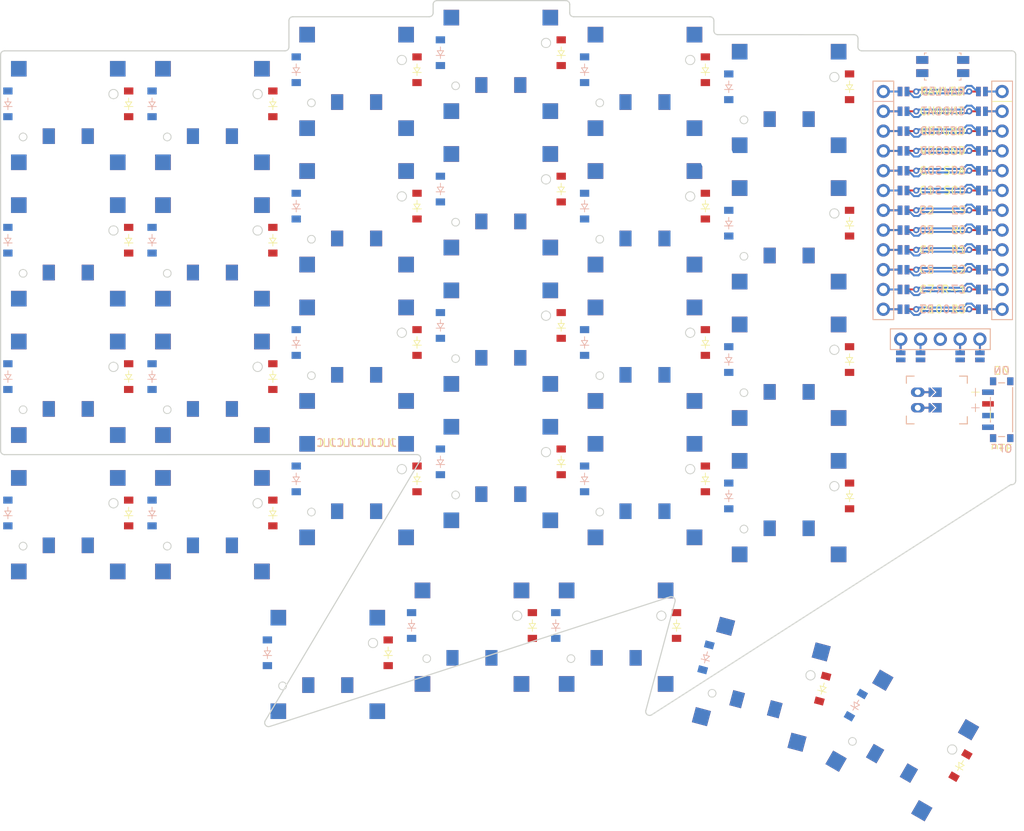
<source format=kicad_pcb>
(kicad_pcb (version 20240108) (generator "ergogen") (generator_version "4.1.0")
  (title_block (title "souffle_wireless") (date "2025-02-06") (rev "0.1") (company "fcoury (adapted from corney-island)"))
  (layers (0 "F.Cu" signal) (31 "B.Cu" signal) (34 "B.Paste" user) (35 "F.Paste" user) (36 "B.SilkS" user "B.Silkscreen") (37 "F.SilkS" user "F.Silkscreen") (38 "B.Mask" user) (39 "F.Mask" user) (44 "Edge.Cuts" user))
  (net 0 "")
  (net 1 "C0")
  (net 2 "outer_number_B")
  (net 3 "outer_bottom_B")
  (net 4 "outer_home_B")
  (net 5 "outer_top_B")
  (net 6 "C1")
  (net 7 "pinky_number_B")
  (net 8 "pinky_bottom_B")
  (net 9 "pinky_home_B")
  (net 10 "pinky_top_B")
  (net 11 "C2")
  (net 12 "ring_number_B")
  (net 13 "ring_bottom_B")
  (net 14 "ring_home_B")
  (net 15 "ring_top_B")
  (net 16 "C3")
  (net 17 "middle_number_B")
  (net 18 "middle_bottom_B")
  (net 19 "middle_home_B")
  (net 20 "middle_top_B")
  (net 21 "C4")
  (net 22 "index_number_B")
  (net 23 "index_bottom_B")
  (net 24 "index_home_B")
  (net 25 "index_top_B")
  (net 26 "C5")
  (net 27 "inner_number_B")
  (net 28 "inner_bottom_B")
  (net 29 "inner_home_B")
  (net 30 "inner_top_B")
  (net 31 "C6")
  (net 32 "inward_home_B")
  (net 33 "C7")
  (net 34 "C8")
  (net 35 "outward_home_B")
  (net 36 "C9")
  (net 37 "extra_outward_home_B")
  (net 38 "C10")
  (net 39 "big_outward_home_B")
  (net 40 "R-1")
  (net 41 "R2")
  (net 42 "R1")
  (net 43 "R0")
  (net 44 "R3")
  (net 45 "outer_number_F")
  (net 46 "outer_bottom_F")
  (net 47 "outer_home_F")
  (net 48 "outer_top_F")
  (net 49 "pinky_number_F")
  (net 50 "pinky_bottom_F")
  (net 51 "pinky_home_F")
  (net 52 "pinky_top_F")
  (net 53 "ring_number_F")
  (net 54 "ring_bottom_F")
  (net 55 "ring_home_F")
  (net 56 "ring_top_F")
  (net 57 "middle_number_F")
  (net 58 "middle_bottom_F")
  (net 59 "middle_home_F")
  (net 60 "middle_top_F")
  (net 61 "index_number_F")
  (net 62 "index_bottom_F")
  (net 63 "index_home_F")
  (net 64 "index_top_F")
  (net 65 "inner_number_F")
  (net 66 "inner_bottom_F")
  (net 67 "inner_home_F")
  (net 68 "inner_top_F")
  (net 69 "inward_home_F")
  (net 70 "outward_home_F")
  (net 71 "extra_outward_home_F")
  (net 72 "big_outward_home_F")
  (net 73 "RAW")
  (net 74 "GND")
  (net 75 "RST")
  (net 76 "VCC")
  (net 77 "P10")
  (net 78 "LED")
  (net 79 "DAT")
  (net 80 "SDA")
  (net 81 "SCL")
  (net 82 "CS")
  (net 83 "P101")
  (net 84 "P102")
  (net 85 "P107")
  (net 86 "MCU1_24")
  (net 87 "MCU1_1")
  (net 88 "MCU1_23")
  (net 89 "MCU1_2")
  (net 90 "MCU1_22")
  (net 91 "MCU1_3")
  (net 92 "MCU1_21")
  (net 93 "MCU1_4")
  (net 94 "MCU1_20")
  (net 95 "MCU1_5")
  (net 96 "MCU1_19")
  (net 97 "MCU1_6")
  (net 98 "MCU1_18")
  (net 99 "MCU1_7")
  (net 100 "MCU1_17")
  (net 101 "MCU1_8")
  (net 102 "MCU1_16")
  (net 103 "MCU1_9")
  (net 104 "MCU1_15")
  (net 105 "MCU1_10")
  (net 106 "MCU1_14")
  (net 107 "MCU1_11")
  (net 108 "MCU1_13")
  (net 109 "MCU1_12")
  (net 110 "DISP1_1")
  (net 111 "DISP1_2")
  (net 112 "DISP1_4")
  (net 113 "DISP1_5")
  (net 114 "BAT_P")
  (net 115 "JST1_1")
  (net 116 "JST1_2")
  (footprint "ceoloide:mounting_hole_npth" (layer "F.Cu") (at 204.927 82.9385 0)
    (property "Reference" "MH1" hide)
  )
  (footprint "ceoloide:mounting_hole_npth" (layer "F.Cu") (at 218.969 91.3825 0)
    (property "Reference" "MH2" hide)
  )
  (footprint "ceoloide:mounting_hole_npth" (layer "F.Cu") (at 109.25 56.25 0)
    (property "Reference" "MH3" hide)
  )
  (footprint "ceoloide:mounting_hole_npth" (layer "F.Cu") (at 109.25 73.75 0)
    (property "Reference" "MH4" hide)
  )
  (footprint "ceoloide:mounting_hole_npth" (layer "F.Cu") (at 183.218 52.9235 0)
    (property "Reference" "MH5" hide)
  )
  (footprint "ceoloide:mounting_hole_npth" (layer "F.Cu") (at 119.70700000000001 111.365 0)
    (property "Reference" "MH6" hide)
  )
  (footprint "ceoloide:mounting_hole_npth" (layer "F.Cu") (at 191.871694 109.48666770000001 -15)
    (property "Reference" "MH7" hide)
  )
  (footprint "CPG1316S01D02_mikeholscher" (layer "B.Cu") (at 100 100 0)
    (property "Reference" "S1" hide)
    (fp_circle (center -5.8 2.75) (end -5.3 2.75) (stroke (width 0.1)) (fill none) (layer "Edge.Cuts"))
    (fp_circle (center 5.8 -2.75) (end 6.4 -2.75) (stroke (width 0.1)) (fill none) (layer "Edge.Cuts"))
  )
  (footprint "CPG1316S01D02_mikeholscher" (layer "B.Cu") (at 100 82.5 0)
    (property "Reference" "S2" hide)
    (fp_circle (center -5.8 2.75) (end -5.3 2.75) (stroke (width 0.1)) (fill none) (layer "Edge.Cuts"))
    (fp_circle (center 5.8 -2.75) (end 6.4 -2.75) (stroke (width 0.1)) (fill none) (layer "Edge.Cuts"))
  )
  (footprint "CPG1316S01D02_mikeholscher" (layer "B.Cu") (at 100 65 0)
    (property "Reference" "S3" hide)
    (fp_circle (center -5.8 2.75) (end -5.3 2.75) (stroke (width 0.1)) (fill none) (layer "Edge.Cuts"))
    (fp_circle (center 5.8 -2.75) (end 6.4 -2.75) (stroke (width 0.1)) (fill none) (layer "Edge.Cuts"))
  )
  (footprint "CPG1316S01D02_mikeholscher" (layer "B.Cu") (at 100 47.5 0)
    (property "Reference" "S4" hide)
    (fp_circle (center -5.8 2.75) (end -5.3 2.75) (stroke (width 0.1)) (fill none) (layer "Edge.Cuts"))
    (fp_circle (center 5.8 -2.75) (end 6.4 -2.75) (stroke (width 0.1)) (fill none) (layer "Edge.Cuts"))
  )
  (footprint "CPG1316S01D02_mikeholscher" (layer "B.Cu") (at 118.5 100 0)
    (property "Reference" "S5" hide)
    (fp_circle (center -5.8 2.75) (end -5.3 2.75) (stroke (width 0.1)) (fill none) (layer "Edge.Cuts"))
    (fp_circle (center 5.8 -2.75) (end 6.4 -2.75) (stroke (width 0.1)) (fill none) (layer "Edge.Cuts"))
  )
  (footprint "CPG1316S01D02_mikeholscher" (layer "B.Cu") (at 118.5 82.5 0)
    (property "Reference" "S6" hide)
    (fp_circle (center -5.8 2.75) (end -5.3 2.75) (stroke (width 0.1)) (fill none) (layer "Edge.Cuts"))
    (fp_circle (center 5.8 -2.75) (end 6.4 -2.75) (stroke (width 0.1)) (fill none) (layer "Edge.Cuts"))
  )
  (footprint "CPG1316S01D02_mikeholscher" (layer "B.Cu") (at 118.5 65 0)
    (property "Reference" "S7" hide)
    (fp_circle (center -5.8 2.75) (end -5.3 2.75) (stroke (width 0.1)) (fill none) (layer "Edge.Cuts"))
    (fp_circle (center 5.8 -2.75) (end 6.4 -2.75) (stroke (width 0.1)) (fill none) (layer "Edge.Cuts"))
  )
  (footprint "CPG1316S01D02_mikeholscher" (layer "B.Cu") (at 118.5 47.5 0)
    (property "Reference" "S8" hide)
    (fp_circle (center -5.8 2.75) (end -5.3 2.75) (stroke (width 0.1)) (fill none) (layer "Edge.Cuts"))
    (fp_circle (center 5.8 -2.75) (end 6.4 -2.75) (stroke (width 0.1)) (fill none) (layer "Edge.Cuts"))
  )
  (footprint "CPG1316S01D02_mikeholscher" (layer "B.Cu") (at 137 95.625 0)
    (property "Reference" "S9" hide)
    (fp_circle (center -5.8 2.75) (end -5.3 2.75) (stroke (width 0.1)) (fill none) (layer "Edge.Cuts"))
    (fp_circle (center 5.8 -2.75) (end 6.4 -2.75) (stroke (width 0.1)) (fill none) (layer "Edge.Cuts"))
  )
  (footprint "CPG1316S01D02_mikeholscher" (layer "B.Cu") (at 137 78.125 0)
    (property "Reference" "S10" hide)
    (fp_circle (center -5.8 2.75) (end -5.3 2.75) (stroke (width 0.1)) (fill none) (layer "Edge.Cuts"))
    (fp_circle (center 5.8 -2.75) (end 6.4 -2.75) (stroke (width 0.1)) (fill none) (layer "Edge.Cuts"))
  )
  (footprint "CPG1316S01D02_mikeholscher" (layer "B.Cu") (at 137 60.625 0)
    (property "Reference" "S11" hide)
    (fp_circle (center -5.8 2.75) (end -5.3 2.75) (stroke (width 0.1)) (fill none) (layer "Edge.Cuts"))
    (fp_circle (center 5.8 -2.75) (end 6.4 -2.75) (stroke (width 0.1)) (fill none) (layer "Edge.Cuts"))
  )
  (footprint "CPG1316S01D02_mikeholscher" (layer "B.Cu") (at 137 43.125 0)
    (property "Reference" "S12" hide)
    (fp_circle (center -5.8 2.75) (end -5.3 2.75) (stroke (width 0.1)) (fill none) (layer "Edge.Cuts"))
    (fp_circle (center 5.8 -2.75) (end 6.4 -2.75) (stroke (width 0.1)) (fill none) (layer "Edge.Cuts"))
  )
  (footprint "CPG1316S01D02_mikeholscher" (layer "B.Cu") (at 155.5 93.4375 0)
    (property "Reference" "S13" hide)
    (fp_circle (center -5.8 2.75) (end -5.3 2.75) (stroke (width 0.1)) (fill none) (layer "Edge.Cuts"))
    (fp_circle (center 5.8 -2.75) (end 6.4 -2.75) (stroke (width 0.1)) (fill none) (layer "Edge.Cuts"))
  )
  (footprint "CPG1316S01D02_mikeholscher" (layer "B.Cu") (at 155.5 75.9375 0)
    (property "Reference" "S14" hide)
    (fp_circle (center -5.8 2.75) (end -5.3 2.75) (stroke (width 0.1)) (fill none) (layer "Edge.Cuts"))
    (fp_circle (center 5.8 -2.75) (end 6.4 -2.75) (stroke (width 0.1)) (fill none) (layer "Edge.Cuts"))
  )
  (footprint "CPG1316S01D02_mikeholscher" (layer "B.Cu") (at 155.5 58.4375 0)
    (property "Reference" "S15" hide)
    (fp_circle (center -5.8 2.75) (end -5.3 2.75) (stroke (width 0.1)) (fill none) (layer "Edge.Cuts"))
    (fp_circle (center 5.8 -2.75) (end 6.4 -2.75) (stroke (width 0.1)) (fill none) (layer "Edge.Cuts"))
  )
  (footprint "CPG1316S01D02_mikeholscher" (layer "B.Cu") (at 155.5 40.9375 0)
    (property "Reference" "S16" hide)
    (fp_circle (center -5.8 2.75) (end -5.3 2.75) (stroke (width 0.1)) (fill none) (layer "Edge.Cuts"))
    (fp_circle (center 5.8 -2.75) (end 6.4 -2.75) (stroke (width 0.1)) (fill none) (layer "Edge.Cuts"))
  )
  (footprint "CPG1316S01D02_mikeholscher" (layer "B.Cu") (at 174 95.625 0)
    (property "Reference" "S17" hide)
    (fp_circle (center -5.8 2.75) (end -5.3 2.75) (stroke (width 0.1)) (fill none) (layer "Edge.Cuts"))
    (fp_circle (center 5.8 -2.75) (end 6.4 -2.75) (stroke (width 0.1)) (fill none) (layer "Edge.Cuts"))
  )
  (footprint "CPG1316S01D02_mikeholscher" (layer "B.Cu") (at 174 78.125 0)
    (property "Reference" "S18" hide)
    (fp_circle (center -5.8 2.75) (end -5.3 2.75) (stroke (width 0.1)) (fill none) (layer "Edge.Cuts"))
    (fp_circle (center 5.8 -2.75) (end 6.4 -2.75) (stroke (width 0.1)) (fill none) (layer "Edge.Cuts"))
  )
  (footprint "CPG1316S01D02_mikeholscher" (layer "B.Cu") (at 174 60.625 0)
    (property "Reference" "S19" hide)
    (fp_circle (center -5.8 2.75) (end -5.3 2.75) (stroke (width 0.1)) (fill none) (layer "Edge.Cuts"))
    (fp_circle (center 5.8 -2.75) (end 6.4 -2.75) (stroke (width 0.1)) (fill none) (layer "Edge.Cuts"))
  )
  (footprint "CPG1316S01D02_mikeholscher" (layer "B.Cu") (at 174 43.125 0)
    (property "Reference" "S20" hide)
    (fp_circle (center -5.8 2.75) (end -5.3 2.75) (stroke (width 0.1)) (fill none) (layer "Edge.Cuts"))
    (fp_circle (center 5.8 -2.75) (end 6.4 -2.75) (stroke (width 0.1)) (fill none) (layer "Edge.Cuts"))
  )
  (footprint "CPG1316S01D02_mikeholscher" (layer "B.Cu") (at 192.5 97.8125 0)
    (property "Reference" "S21" hide)
    (fp_circle (center -5.8 2.75) (end -5.3 2.75) (stroke (width 0.1)) (fill none) (layer "Edge.Cuts"))
    (fp_circle (center 5.8 -2.75) (end 6.4 -2.75) (stroke (width 0.1)) (fill none) (layer "Edge.Cuts"))
  )
  (footprint "CPG1316S01D02_mikeholscher" (layer "B.Cu") (at 192.5 80.3125 0)
    (property "Reference" "S22" hide)
    (fp_circle (center -5.8 2.75) (end -5.3 2.75) (stroke (width 0.1)) (fill none) (layer "Edge.Cuts"))
    (fp_circle (center 5.8 -2.75) (end 6.4 -2.75) (stroke (width 0.1)) (fill none) (layer "Edge.Cuts"))
  )
  (footprint "CPG1316S01D02_mikeholscher" (layer "B.Cu") (at 192.5 62.8125 0)
    (property "Reference" "S23" hide)
    (fp_circle (center -5.8 2.75) (end -5.3 2.75) (stroke (width 0.1)) (fill none) (layer "Edge.Cuts"))
    (fp_circle (center 5.8 -2.75) (end 6.4 -2.75) (stroke (width 0.1)) (fill none) (layer "Edge.Cuts"))
  )
  (footprint "CPG1316S01D02_mikeholscher" (layer "B.Cu") (at 192.5 45.3125 0)
    (property "Reference" "S24" hide)
    (fp_circle (center -5.8 2.75) (end -5.3 2.75) (stroke (width 0.1)) (fill none) (layer "Edge.Cuts"))
    (fp_circle (center 5.8 -2.75) (end 6.4 -2.75) (stroke (width 0.1)) (fill none) (layer "Edge.Cuts"))
  )
  (footprint "CPG1316S01D02_mikeholscher" (layer "B.Cu") (at 133.3 117.9375 0)
    (property "Reference" "S25" hide)
    (fp_circle (center -5.8 2.75) (end -5.3 2.75) (stroke (width 0.1)) (fill none) (layer "Edge.Cuts"))
    (fp_circle (center 5.8 -2.75) (end 6.4 -2.75) (stroke (width 0.1)) (fill none) (layer "Edge.Cuts"))
  )
  (footprint "CPG1316S01D02_mikeholscher" (layer "B.Cu") (at 151.8 114.4375 0)
    (property "Reference" "S26" hide)
    (fp_circle (center -5.8 2.75) (end -5.3 2.75) (stroke (width 0.1)) (fill none) (layer "Edge.Cuts"))
    (fp_circle (center 5.8 -2.75) (end 6.4 -2.75) (stroke (width 0.1)) (fill none) (layer "Edge.Cuts"))
  )
  (footprint "CPG1316S01D02_mikeholscher" (layer "B.Cu") (at 170.3 114.4375 0)
    (property "Reference" "S27" hide)
    (fp_circle (center -5.8 2.75) (end -5.3 2.75) (stroke (width 0.1)) (fill none) (layer "Edge.Cuts"))
    (fp_circle (center 5.8 -2.75) (end 6.4 -2.75) (stroke (width 0.1)) (fill none) (layer "Edge.Cuts"))
  )
  (footprint "CPG1316S01D02_mikeholscher" (layer "B.Cu") (at 188.9260744 120.4798695 -15)
    (property "Reference" "S28" hide)
    (fp_circle (center -5.8 2.75) (end -5.3 2.75) (stroke (width 0.1)) (fill none) (layer "Edge.Cuts"))
    (fp_circle (center 5.8 -2.75) (end 6.4 -2.75) (stroke (width 0.1)) (fill none) (layer "Edge.Cuts"))
  )
  (footprint "CPG1316S01D02_mikeholscher" (layer "B.Cu") (at 207.0174808 128.3317412 -30)
    (property "Reference" "S29" hide)
    (fp_circle (center -5.8 2.75) (end -5.3 2.75) (stroke (width 0.1)) (fill none) (layer "Edge.Cuts"))
    (fp_circle (center 5.8 -2.75) (end 6.4 -2.75) (stroke (width 0.1)) (fill none) (layer "Edge.Cuts"))
  )
  (footprint "ceoloide:diode_tht_sod123" (layer "B.Cu") (at 92.25 98.5 90)
    (property "Reference" "D1" hide)
  )
  (footprint "ceoloide:diode_tht_sod123" (layer "B.Cu") (at 92.25 81 90)
    (property "Reference" "D2" hide)
  )
  (footprint "ceoloide:diode_tht_sod123" (layer "B.Cu") (at 92.25 63.5 90)
    (property "Reference" "D3" hide)
  )
  (footprint "ceoloide:diode_tht_sod123" (layer "B.Cu") (at 92.25 46 90)
    (property "Reference" "D4" hide)
  )
  (footprint "ceoloide:diode_tht_sod123" (layer "B.Cu") (at 110.75 98.5 90)
    (property "Reference" "D5" hide)
  )
  (footprint "ceoloide:diode_tht_sod123" (layer "B.Cu") (at 110.75 81 90)
    (property "Reference" "D6" hide)
  )
  (footprint "ceoloide:diode_tht_sod123" (layer "B.Cu") (at 110.75 63.5 90)
    (property "Reference" "D7" hide)
  )
  (footprint "ceoloide:diode_tht_sod123" (layer "B.Cu") (at 110.75 46 90)
    (property "Reference" "D8" hide)
  )
  (footprint "ceoloide:diode_tht_sod123" (layer "B.Cu") (at 129.25 94.125 90)
    (property "Reference" "D9" hide)
  )
  (footprint "ceoloide:diode_tht_sod123" (layer "B.Cu") (at 129.25 76.625 90)
    (property "Reference" "D10" hide)
  )
  (footprint "ceoloide:diode_tht_sod123" (layer "B.Cu") (at 129.25 59.125 90)
    (property "Reference" "D11" hide)
  )
  (footprint "ceoloide:diode_tht_sod123" (layer "B.Cu") (at 129.25 41.625 90)
    (property "Reference" "D12" hide)
  )
  (footprint "ceoloide:diode_tht_sod123" (layer "B.Cu") (at 147.75 91.9375 90)
    (property "Reference" "D13" hide)
  )
  (footprint "ceoloide:diode_tht_sod123" (layer "B.Cu") (at 147.75 74.4375 90)
    (property "Reference" "D14" hide)
  )
  (footprint "ceoloide:diode_tht_sod123" (layer "B.Cu") (at 147.75 56.9375 90)
    (property "Reference" "D15" hide)
  )
  (footprint "ceoloide:diode_tht_sod123" (layer "B.Cu") (at 147.75 39.4375 90)
    (property "Reference" "D16" hide)
  )
  (footprint "ceoloide:diode_tht_sod123" (layer "B.Cu") (at 166.25 94.125 90)
    (property "Reference" "D17" hide)
  )
  (footprint "ceoloide:diode_tht_sod123" (layer "B.Cu") (at 166.25 76.625 90)
    (property "Reference" "D18" hide)
  )
  (footprint "ceoloide:diode_tht_sod123" (layer "B.Cu") (at 166.25 59.125 90)
    (property "Reference" "D19" hide)
  )
  (footprint "ceoloide:diode_tht_sod123" (layer "B.Cu") (at 166.25 41.625 90)
    (property "Reference" "D20" hide)
  )
  (footprint "ceoloide:diode_tht_sod123" (layer "B.Cu") (at 184.75 96.3125 90)
    (property "Reference" "D21" hide)
  )
  (footprint "ceoloide:diode_tht_sod123" (layer "B.Cu") (at 184.75 78.8125 90)
    (property "Reference" "D22" hide)
  )
  (footprint "ceoloide:diode_tht_sod123" (layer "B.Cu") (at 184.75 61.3125 90)
    (property "Reference" "D23" hide)
  )
  (footprint "ceoloide:diode_tht_sod123" (layer "B.Cu") (at 184.75 43.8125 90)
    (property "Reference" "D24" hide)
  )
  (footprint "ceoloide:diode_tht_sod123" (layer "B.Cu") (at 125.55000000000001 116.4375 90)
    (property "Reference" "D25" hide)
  )
  (footprint "ceoloide:diode_tht_sod123" (layer "B.Cu") (at 144.05 112.9375 90)
    (property "Reference" "D26" hide)
  )
  (footprint "ceoloide:diode_tht_sod123" (layer "B.Cu") (at 162.55 112.9375 90)
    (property "Reference" "D27" hide)
  )
  (footprint "ceoloide:diode_tht_sod123" (layer "B.Cu") (at 181.8283778 117.02513320000001 75)
    (property "Reference" "D28" hide)
  )
  (footprint "ceoloide:diode_tht_sod123" (layer "B.Cu") (at 201.0557839 123.1577031 60)
    (property "Reference" "D29" hide)
  )
  (footprint "CPG1316S01D02_mikeholscher" (layer "F.Cu") (at 100 100 0)
    (property "Reference" "S30" hide)
    (fp_circle (center -5.8 2.75) (end -5.3 2.75) (stroke (width 0.1)) (fill none) (layer "Edge.Cuts"))
    (fp_circle (center 5.8 -2.75) (end 6.4 -2.75) (stroke (width 0.1)) (fill none) (layer "Edge.Cuts"))
  )
  (footprint "CPG1316S01D02_mikeholscher" (layer "F.Cu") (at 100 82.5 0)
    (property "Reference" "S31" hide)
    (fp_circle (center -5.8 2.75) (end -5.3 2.75) (stroke (width 0.1)) (fill none) (layer "Edge.Cuts"))
    (fp_circle (center 5.8 -2.75) (end 6.4 -2.75) (stroke (width 0.1)) (fill none) (layer "Edge.Cuts"))
  )
  (footprint "CPG1316S01D02_mikeholscher" (layer "F.Cu") (at 100 65 0)
    (property "Reference" "S32" hide)
    (fp_circle (center -5.8 2.75) (end -5.3 2.75) (stroke (width 0.1)) (fill none) (layer "Edge.Cuts"))
    (fp_circle (center 5.8 -2.75) (end 6.4 -2.75) (stroke (width 0.1)) (fill none) (layer "Edge.Cuts"))
  )
  (footprint "CPG1316S01D02_mikeholscher" (layer "F.Cu") (at 100 47.5 0)
    (property "Reference" "S33" hide)
    (fp_circle (center -5.8 2.75) (end -5.3 2.75) (stroke (width 0.1)) (fill none) (layer "Edge.Cuts"))
    (fp_circle (center 5.8 -2.75) (end 6.4 -2.75) (stroke (width 0.1)) (fill none) (layer "Edge.Cuts"))
  )
  (footprint "CPG1316S01D02_mikeholscher" (layer "F.Cu") (at 118.5 100 0)
    (property "Reference" "S34" hide)
    (fp_circle (center -5.8 2.75) (end -5.3 2.75) (stroke (width 0.1)) (fill none) (layer "Edge.Cuts"))
    (fp_circle (center 5.8 -2.75) (end 6.4 -2.75) (stroke (width 0.1)) (fill none) (layer "Edge.Cuts"))
  )
  (footprint "CPG1316S01D02_mikeholscher" (layer "F.Cu") (at 118.5 82.5 0)
    (property "Reference" "S35" hide)
    (fp_circle (center -5.8 2.75) (end -5.3 2.75) (stroke (width 0.1)) (fill none) (layer "Edge.Cuts"))
    (fp_circle (center 5.8 -2.75) (end 6.4 -2.75) (stroke (width 0.1)) (fill none) (layer "Edge.Cuts"))
  )
  (footprint "CPG1316S01D02_mikeholscher" (layer "F.Cu") (at 118.5 65 0)
    (property "Reference" "S36" hide)
    (fp_circle (center -5.8 2.75) (end -5.3 2.75) (stroke (width 0.1)) (fill none) (layer "Edge.Cuts"))
    (fp_circle (center 5.8 -2.75) (end 6.4 -2.75) (stroke (width 0.1)) (fill none) (layer "Edge.Cuts"))
  )
  (footprint "CPG1316S01D02_mikeholscher" (layer "F.Cu") (at 118.5 47.5 0)
    (property "Reference" "S37" hide)
    (fp_circle (center -5.8 2.75) (end -5.3 2.75) (stroke (width 0.1)) (fill none) (layer "Edge.Cuts"))
    (fp_circle (center 5.8 -2.75) (end 6.4 -2.75) (stroke (width 0.1)) (fill none) (layer "Edge.Cuts"))
  )
  (footprint "CPG1316S01D02_mikeholscher" (layer "F.Cu") (at 137 95.625 0)
    (property "Reference" "S38" hide)
    (fp_circle (center -5.8 2.75) (end -5.3 2.75) (stroke (width 0.1)) (fill none) (layer "Edge.Cuts"))
    (fp_circle (center 5.8 -2.75) (end 6.4 -2.75) (stroke (width 0.1)) (fill none) (layer "Edge.Cuts"))
  )
  (footprint "CPG1316S01D02_mikeholscher" (layer "F.Cu") (at 137 78.125 0)
    (property "Reference" "S39" hide)
    (fp_circle (center -5.8 2.75) (end -5.3 2.75) (stroke (width 0.1)) (fill none) (layer "Edge.Cuts"))
    (fp_circle (center 5.8 -2.75) (end 6.4 -2.75) (stroke (width 0.1)) (fill none) (layer "Edge.Cuts"))
  )
  (footprint "CPG1316S01D02_mikeholscher" (layer "F.Cu") (at 137 60.625 0)
    (property "Reference" "S40" hide)
    (fp_circle (center -5.8 2.75) (end -5.3 2.75) (stroke (width 0.1)) (fill none) (layer "Edge.Cuts"))
    (fp_circle (center 5.8 -2.75) (end 6.4 -2.75) (stroke (width 0.1)) (fill none) (layer "Edge.Cuts"))
  )
  (footprint "CPG1316S01D02_mikeholscher" (layer "F.Cu") (at 137 43.125 0)
    (property "Reference" "S41" hide)
    (fp_circle (center -5.8 2.75) (end -5.3 2.75) (stroke (width 0.1)) (fill none) (layer "Edge.Cuts"))
    (fp_circle (center 5.8 -2.75) (end 6.4 -2.75) (stroke (width 0.1)) (fill none) (layer "Edge.Cuts"))
  )
  (footprint "CPG1316S01D02_mikeholscher" (layer "F.Cu") (at 155.5 93.4375 0)
    (property "Reference" "S42" hide)
    (fp_circle (center -5.8 2.75) (end -5.3 2.75) (stroke (width 0.1)) (fill none) (layer "Edge.Cuts"))
    (fp_circle (center 5.8 -2.75) (end 6.4 -2.75) (stroke (width 0.1)) (fill none) (layer "Edge.Cuts"))
  )
  (footprint "CPG1316S01D02_mikeholscher" (layer "F.Cu") (at 155.5 75.9375 0)
    (property "Reference" "S43" hide)
    (fp_circle (center -5.8 2.75) (end -5.3 2.75) (stroke (width 0.1)) (fill none) (layer "Edge.Cuts"))
    (fp_circle (center 5.8 -2.75) (end 6.4 -2.75) (stroke (width 0.1)) (fill none) (layer "Edge.Cuts"))
  )
  (footprint "CPG1316S01D02_mikeholscher" (layer "F.Cu") (at 155.5 58.4375 0)
    (property "Reference" "S44" hide)
    (fp_circle (center -5.8 2.75) (end -5.3 2.75) (stroke (width 0.1)) (fill none) (layer "Edge.Cuts"))
    (fp_circle (center 5.8 -2.75) (end 6.4 -2.75) (stroke (width 0.1)) (fill none) (layer "Edge.Cuts"))
  )
  (footprint "CPG1316S01D02_mikeholscher" (layer "F.Cu") (at 155.5 40.9375 0)
    (property "Reference" "S45" hide)
    (fp_circle (center -5.8 2.75) (end -5.3 2.75) (stroke (width 0.1)) (fill none) (layer "Edge.Cuts"))
    (fp_circle (center 5.8 -2.75) (end 6.4 -2.75) (stroke (width 0.1)) (fill none) (layer "Edge.Cuts"))
  )
  (footprint "CPG1316S01D02_mikeholscher" (layer "F.Cu") (at 174 95.625 0)
    (property "Reference" "S46" hide)
    (fp_circle (center -5.8 2.75) (end -5.3 2.75) (stroke (width 0.1)) (fill none) (layer "Edge.Cuts"))
    (fp_circle (center 5.8 -2.75) (end 6.4 -2.75) (stroke (width 0.1)) (fill none) (layer "Edge.Cuts"))
  )
  (footprint "CPG1316S01D02_mikeholscher" (layer "F.Cu") (at 174 78.125 0)
    (property "Reference" "S47" hide)
    (fp_circle (center -5.8 2.75) (end -5.3 2.75) (stroke (width 0.1)) (fill none) (layer "Edge.Cuts"))
    (fp_circle (center 5.8 -2.75) (end 6.4 -2.75) (stroke (width 0.1)) (fill none) (layer "Edge.Cuts"))
  )
  (footprint "CPG1316S01D02_mikeholscher" (layer "F.Cu") (at 174 60.625 0)
    (property "Reference" "S48" hide)
    (fp_circle (center -5.8 2.75) (end -5.3 2.75) (stroke (width 0.1)) (fill none) (layer "Edge.Cuts"))
    (fp_circle (center 5.8 -2.75) (end 6.4 -2.75) (stroke (width 0.1)) (fill none) (layer "Edge.Cuts"))
  )
  (footprint "CPG1316S01D02_mikeholscher" (layer "F.Cu") (at 174 43.125 0)
    (property "Reference" "S49" hide)
    (fp_circle (center -5.8 2.75) (end -5.3 2.75) (stroke (width 0.1)) (fill none) (layer "Edge.Cuts"))
    (fp_circle (center 5.8 -2.75) (end 6.4 -2.75) (stroke (width 0.1)) (fill none) (layer "Edge.Cuts"))
  )
  (footprint "CPG1316S01D02_mikeholscher" (layer "F.Cu") (at 192.5 97.8125 0)
    (property "Reference" "S50" hide)
    (fp_circle (center -5.8 2.75) (end -5.3 2.75) (stroke (width 0.1)) (fill none) (layer "Edge.Cuts"))
    (fp_circle (center 5.8 -2.75) (end 6.4 -2.75) (stroke (width 0.1)) (fill none) (layer "Edge.Cuts"))
  )
  (footprint "CPG1316S01D02_mikeholscher" (layer "F.Cu") (at 192.5 80.3125 0)
    (property "Reference" "S51" hide)
    (fp_circle (center -5.8 2.75) (end -5.3 2.75) (stroke (width 0.1)) (fill none) (layer "Edge.Cuts"))
    (fp_circle (center 5.8 -2.75) (end 6.4 -2.75) (stroke (width 0.1)) (fill none) (layer "Edge.Cuts"))
  )
  (footprint "CPG1316S01D02_mikeholscher" (layer "F.Cu") (at 192.5 62.8125 0)
    (property "Reference" "S52" hide)
    (fp_circle (center -5.8 2.75) (end -5.3 2.75) (stroke (width 0.1)) (fill none) (layer "Edge.Cuts"))
    (fp_circle (center 5.8 -2.75) (end 6.4 -2.75) (stroke (width 0.1)) (fill none) (layer "Edge.Cuts"))
  )
  (footprint "CPG1316S01D02_mikeholscher" (layer "F.Cu") (at 192.5 45.3125 0)
    (property "Reference" "S53" hide)
    (fp_circle (center -5.8 2.75) (end -5.3 2.75) (stroke (width 0.1)) (fill none) (layer "Edge.Cuts"))
    (fp_circle (center 5.8 -2.75) (end 6.4 -2.75) (stroke (width 0.1)) (fill none) (layer "Edge.Cuts"))
  )
  (footprint "CPG1316S01D02_mikeholscher" (layer "F.Cu") (at 133.3 117.9375 0)
    (property "Reference" "S54" hide)
    (fp_circle (center -5.8 2.75) (end -5.3 2.75) (stroke (width 0.1)) (fill none) (layer "Edge.Cuts"))
    (fp_circle (center 5.8 -2.75) (end 6.4 -2.75) (stroke (width 0.1)) (fill none) (layer "Edge.Cuts"))
  )
  (footprint "CPG1316S01D02_mikeholscher" (layer "F.Cu") (at 151.8 114.4375 0)
    (property "Reference" "S55" hide)
    (fp_circle (center -5.8 2.75) (end -5.3 2.75) (stroke (width 0.1)) (fill none) (layer "Edge.Cuts"))
    (fp_circle (center 5.8 -2.75) (end 6.4 -2.75) (stroke (width 0.1)) (fill none) (layer "Edge.Cuts"))
  )
  (footprint "CPG1316S01D02_mikeholscher" (layer "F.Cu") (at 170.3 114.4375 0)
    (property "Reference" "S56" hide)
    (fp_circle (center -5.8 2.75) (end -5.3 2.75) (stroke (width 0.1)) (fill none) (layer "Edge.Cuts"))
    (fp_circle (center 5.8 -2.75) (end 6.4 -2.75) (stroke (width 0.1)) (fill none) (layer "Edge.Cuts"))
  )
  (footprint "CPG1316S01D02_mikeholscher" (layer "F.Cu") (at 188.9260744 120.4798695 -15)
    (property "Reference" "S57" hide)
    (fp_circle (center -5.8 2.75) (end -5.3 2.75) (stroke (width 0.1)) (fill none) (layer "Edge.Cuts"))
    (fp_circle (center 5.8 -2.75) (end 6.4 -2.75) (stroke (width 0.1)) (fill none) (layer "Edge.Cuts"))
  )
  (footprint "CPG1316S01D02_mikeholscher" (layer "F.Cu") (at 207.0174808 128.3317412 -30)
    (property "Reference" "S58" hide)
    (fp_circle (center -5.8 2.75) (end -5.3 2.75) (stroke (width 0.1)) (fill none) (layer "Edge.Cuts"))
    (fp_circle (center 5.8 -2.75) (end 6.4 -2.75) (stroke (width 0.1)) (fill none) (layer "Edge.Cuts"))
  )
  (footprint "ceoloide:diode_tht_sod123" (layer "F.Cu") (at 107.75 98.5 90)
    (property "Reference" "D30" hide)
  )
  (footprint "ceoloide:diode_tht_sod123" (layer "F.Cu") (at 107.75 81 90)
    (property "Reference" "D31" hide)
  )
  (footprint "ceoloide:diode_tht_sod123" (layer "F.Cu") (at 107.75 63.5 90)
    (property "Reference" "D32" hide)
  )
  (footprint "ceoloide:diode_tht_sod123" (layer "F.Cu") (at 107.75 46 90)
    (property "Reference" "D33" hide)
  )
  (footprint "ceoloide:diode_tht_sod123" (layer "F.Cu") (at 126.25 98.5 90)
    (property "Reference" "D34" hide)
  )
  (footprint "ceoloide:diode_tht_sod123" (layer "F.Cu") (at 126.25 81 90)
    (property "Reference" "D35" hide)
  )
  (footprint "ceoloide:diode_tht_sod123" (layer "F.Cu") (at 126.25 63.5 90)
    (property "Reference" "D36" hide)
  )
  (footprint "ceoloide:diode_tht_sod123" (layer "F.Cu") (at 126.25 46 90)
    (property "Reference" "D37" hide)
  )
  (footprint "ceoloide:diode_tht_sod123" (layer "F.Cu") (at 144.75 94.125 90)
    (property "Reference" "D38" hide)
  )
  (footprint "ceoloide:diode_tht_sod123" (layer "F.Cu") (at 144.75 76.625 90)
    (property "Reference" "D39" hide)
  )
  (footprint "ceoloide:diode_tht_sod123" (layer "F.Cu") (at 144.75 59.125 90)
    (property "Reference" "D40" hide)
  )
  (footprint "ceoloide:diode_tht_sod123" (layer "F.Cu") (at 144.75 41.625 90)
    (property "Reference" "D41" hide)
  )
  (footprint "ceoloide:diode_tht_sod123" (layer "F.Cu") (at 163.25 91.9375 90)
    (property "Reference" "D42" hide)
  )
  (footprint "ceoloide:diode_tht_sod123" (layer "F.Cu") (at 163.25 74.4375 90)
    (property "Reference" "D43" hide)
  )
  (footprint "ceoloide:diode_tht_sod123" (layer "F.Cu") (at 163.25 56.9375 90)
    (property "Reference" "D44" hide)
  )
  (footprint "ceoloide:diode_tht_sod123" (layer "F.Cu") (at 163.25 39.4375 90)
    (property "Reference" "D45" hide)
  )
  (footprint "ceoloide:diode_tht_sod123" (layer "F.Cu") (at 181.75 94.125 90)
    (property "Reference" "D46" hide)
  )
  (footprint "ceoloide:diode_tht_sod123" (layer "F.Cu") (at 181.75 76.625 90)
    (property "Reference" "D47" hide)
  )
  (footprint "ceoloide:diode_tht_sod123" (layer "F.Cu") (at 181.75 59.125 90)
    (property "Reference" "D48" hide)
  )
  (footprint "ceoloide:diode_tht_sod123" (layer "F.Cu") (at 181.75 41.625 90)
    (property "Reference" "D49" hide)
  )
  (footprint "ceoloide:diode_tht_sod123" (layer "F.Cu") (at 200.25 96.3125 90)
    (property "Reference" "D50" hide)
  )
  (footprint "ceoloide:diode_tht_sod123" (layer "F.Cu") (at 200.25 78.8125 90)
    (property "Reference" "D51" hide)
  )
  (footprint "ceoloide:diode_tht_sod123" (layer "F.Cu") (at 200.25 61.3125 90)
    (property "Reference" "D52" hide)
  )
  (footprint "ceoloide:diode_tht_sod123" (layer "F.Cu") (at 200.25 43.8125 90)
    (property "Reference" "D53" hide)
  )
  (footprint "ceoloide:diode_tht_sod123" (layer "F.Cu") (at 141.05 116.4375 90)
    (property "Reference" "D54" hide)
  )
  (footprint "ceoloide:diode_tht_sod123" (layer "F.Cu") (at 159.55 112.9375 90)
    (property "Reference" "D55" hide)
  )
  (footprint "ceoloide:diode_tht_sod123" (layer "F.Cu") (at 178.05 112.9375 90)
    (property "Reference" "D56" hide)
  )
  (footprint "ceoloide:diode_tht_sod123" (layer "F.Cu") (at 196.8002281 121.0368284 75)
    (property "Reference" "D57" hide)
  )
  (footprint "ceoloide:diode_tht_sod123" (layer "F.Cu") (at 214.47917769999998 130.90770310000002 60)
    (property "Reference" "D58" hide)
  )
  (footprint "ceoloide:mcu_nice_nano" (layer "F.Cu") (at 212.204 57.12 0)
    (property "Reference" "MCU1" hide)
  )
  (segment (start 216.78400000000002 44.42) (end 215.604 44.42) (width 0.25) (layer "F.Cu"))
  (segment (start 207.624 44.42) (end 208.804 44.42) (width 0.25) (layer "F.Cu"))
  (segment (start 204.584 44.42) (end 206.704 44.42) (width 0.25) (layer "F.Cu"))
  (segment (start 204.584 44.42) (end 206.704 44.42) (width 0.25) (layer "B.Cu"))
  (segment (start 217.704 44.42) (end 219.824 44.42) (width 0.25) (layer "F.Cu"))
  (segment (start 219.824 44.42) (end 217.704 44.42) (width 0.25) (layer "B.Cu"))
  (segment (start 209.59930500000002 44.65) (end 215.374 44.65) (width 0.25) (layer "B.Cu"))
  (segment (start 207.429 44.42) (end 207.778695 44.42) (width 0.25) (layer "B.Cu"))
  (segment (start 208.503695 45.144999999999996) (end 209.104305 45.144999999999996) (width 0.25) (layer "B.Cu"))
  (segment (start 207.778695 44.42) (end 208.503695 45.144999999999996) (width 0.25) (layer "B.Cu"))
  (segment (start 209.104305 45.144999999999996) (end 209.59930500000002 44.65) (width 0.25) (layer "B.Cu"))
  (segment (start 216.979 44.42) (end 216.62930500000002 44.42) (width 0.25) (layer "B.Cu"))
  (segment (start 214.798695 44.199999999999996) (end 209.024 44.199999999999996) (width 0.25) (layer "B.Cu"))
  (segment (start 216.62930500000002 44.42) (end 215.90430500000002 43.69499999999999) (width 0.25) (layer "B.Cu"))
  (segment (start 215.90430500000002 43.69499999999999) (end 215.303695 43.69499999999999) (width 0.25) (layer "B.Cu"))
  (segment (start 215.303695 43.69499999999999) (end 214.798695 44.199999999999996) (width 0.25) (layer "B.Cu"))
  (segment (start 216.78400000000002 46.959999999999994) (end 215.604 46.959999999999994) (width 0.25) (layer "F.Cu"))
  (segment (start 207.624 46.959999999999994) (end 208.804 46.959999999999994) (width 0.25) (layer "F.Cu"))
  (segment (start 204.584 46.959999999999994) (end 206.704 46.959999999999994) (width 0.25) (layer "F.Cu"))
  (segment (start 204.584 46.959999999999994) (end 206.704 46.959999999999994) (width 0.25) (layer "B.Cu"))
  (segment (start 217.704 46.959999999999994) (end 219.824 46.959999999999994) (width 0.25) (layer "F.Cu"))
  (segment (start 219.824 46.959999999999994) (end 217.704 46.959999999999994) (width 0.25) (layer "B.Cu"))
  (segment (start 209.59930500000002 47.19) (end 215.374 47.19) (width 0.25) (layer "B.Cu"))
  (segment (start 207.429 46.959999999999994) (end 207.778695 46.959999999999994) (width 0.25) (layer "B.Cu"))
  (segment (start 208.503695 47.684999999999995) (end 209.104305 47.684999999999995) (width 0.25) (layer "B.Cu"))
  (segment (start 207.778695 46.959999999999994) (end 208.503695 47.684999999999995) (width 0.25) (layer "B.Cu"))
  (segment (start 209.104305 47.684999999999995) (end 209.59930500000002 47.19) (width 0.25) (layer "B.Cu"))
  (segment (start 216.979 46.959999999999994) (end 216.62930500000002 46.959999999999994) (width 0.25) (layer "B.Cu"))
  (segment (start 214.798695 46.739999999999995) (end 209.024 46.739999999999995) (width 0.25) (layer "B.Cu"))
  (segment (start 216.62930500000002 46.959999999999994) (end 215.90430500000002 46.235) (width 0.25) (layer "B.Cu"))
  (segment (start 215.90430500000002 46.235) (end 215.303695 46.235) (width 0.25) (layer "B.Cu"))
  (segment (start 215.303695 46.235) (end 214.798695 46.739999999999995) (width 0.25) (layer "B.Cu"))
  (segment (start 216.78400000000002 49.5) (end 215.604 49.5) (width 0.25) (layer "F.Cu"))
  (segment (start 207.624 49.5) (end 208.804 49.5) (width 0.25) (layer "F.Cu"))
  (segment (start 204.584 49.5) (end 206.704 49.5) (width 0.25) (layer "F.Cu"))
  (segment (start 204.584 49.5) (end 206.704 49.5) (width 0.25) (layer "B.Cu"))
  (segment (start 217.704 49.5) (end 219.824 49.5) (width 0.25) (layer "F.Cu"))
  (segment (start 219.824 49.5) (end 217.704 49.5) (width 0.25) (layer "B.Cu"))
  (segment (start 209.59930500000002 49.73) (end 215.374 49.73) (width 0.25) (layer "B.Cu"))
  (segment (start 207.429 49.5) (end 207.778695 49.5) (width 0.25) (layer "B.Cu"))
  (segment (start 208.503695 50.224999999999994) (end 209.104305 50.224999999999994) (width 0.25) (layer "B.Cu"))
  (segment (start 207.778695 49.5) (end 208.503695 50.224999999999994) (width 0.25) (layer "B.Cu"))
  (segment (start 209.104305 50.224999999999994) (end 209.59930500000002 49.73) (width 0.25) (layer "B.Cu"))
  (segment (start 216.979 49.5) (end 216.62930500000002 49.5) (width 0.25) (layer "B.Cu"))
  (segment (start 214.798695 49.28) (end 209.024 49.28) (width 0.25) (layer "B.Cu"))
  (segment (start 216.62930500000002 49.5) (end 215.90430500000002 48.775) (width 0.25) (layer "B.Cu"))
  (segment (start 215.90430500000002 48.775) (end 215.303695 48.775) (width 0.25) (layer "B.Cu"))
  (segment (start 215.303695 48.775) (end 214.798695 49.28) (width 0.25) (layer "B.Cu"))
  (segment (start 216.78400000000002 52.04) (end 215.604 52.04) (width 0.25) (layer "F.Cu"))
  (segment (start 207.624 52.04) (end 208.804 52.04) (width 0.25) (layer "F.Cu"))
  (segment (start 204.584 52.04) (end 206.704 52.04) (width 0.25) (layer "F.Cu"))
  (segment (start 204.584 52.04) (end 206.704 52.04) (width 0.25) (layer "B.Cu"))
  (segment (start 217.704 52.04) (end 219.824 52.04) (width 0.25) (layer "F.Cu"))
  (segment (start 219.824 52.04) (end 217.704 52.04) (width 0.25) (layer "B.Cu"))
  (segment (start 209.59930500000002 52.269999999999996) (end 215.374 52.269999999999996) (width 0.25) (layer "B.Cu"))
  (segment (start 207.429 52.04) (end 207.778695 52.04) (width 0.25) (layer "B.Cu"))
  (segment (start 208.503695 52.765) (end 209.104305 52.765) (width 0.25) (layer "B.Cu"))
  (segment (start 207.778695 52.04) (end 208.503695 52.765) (width 0.25) (layer "B.Cu"))
  (segment (start 209.104305 52.765) (end 209.59930500000002 52.269999999999996) (width 0.25) (layer "B.Cu"))
  (segment (start 216.979 52.04) (end 216.62930500000002 52.04) (width 0.25) (layer "B.Cu"))
  (segment (start 214.798695 51.82) (end 209.024 51.82) (width 0.25) (layer "B.Cu"))
  (segment (start 216.62930500000002 52.04) (end 215.90430500000002 51.315) (width 0.25) (layer "B.Cu"))
  (segment (start 215.90430500000002 51.315) (end 215.303695 51.315) (width 0.25) (layer "B.Cu"))
  (segment (start 215.303695 51.315) (end 214.798695 51.82) (width 0.25) (layer "B.Cu"))
  (segment (start 216.78400000000002 54.58) (end 215.604 54.58) (width 0.25) (layer "F.Cu"))
  (segment (start 207.624 54.58) (end 208.804 54.58) (width 0.25) (layer "F.Cu"))
  (segment (start 204.584 54.58) (end 206.704 54.58) (width 0.25) (layer "F.Cu"))
  (segment (start 204.584 54.58) (end 206.704 54.58) (width 0.25) (layer "B.Cu"))
  (segment (start 217.704 54.58) (end 219.824 54.58) (width 0.25) (layer "F.Cu"))
  (segment (start 219.824 54.58) (end 217.704 54.58) (width 0.25) (layer "B.Cu"))
  (segment (start 209.59930500000002 54.809999999999995) (end 215.374 54.809999999999995) (width 0.25) (layer "B.Cu"))
  (segment (start 207.429 54.58) (end 207.778695 54.58) (width 0.25) (layer "B.Cu"))
  (segment (start 208.503695 55.305) (end 209.104305 55.305) (width 0.25) (layer "B.Cu"))
  (segment (start 207.778695 54.58) (end 208.503695 55.305) (width 0.25) (layer "B.Cu"))
  (segment (start 209.104305 55.305) (end 209.59930500000002 54.809999999999995) (width 0.25) (layer "B.Cu"))
  (segment (start 216.979 54.58) (end 216.62930500000002 54.58) (width 0.25) (layer "B.Cu"))
  (segment (start 214.798695 54.36) (end 209.024 54.36) (width 0.25) (layer "B.Cu"))
  (segment (start 216.62930500000002 54.58) (end 215.90430500000002 53.855) (width 0.25) (layer "B.Cu"))
  (segment (start 215.90430500000002 53.855) (end 215.303695 53.855) (width 0.25) (layer "B.Cu"))
  (segment (start 215.303695 53.855) (end 214.798695 54.36) (width 0.25) (layer "B.Cu"))
  (segment (start 216.78400000000002 57.12) (end 215.604 57.12) (width 0.25) (layer "F.Cu"))
  (segment (start 207.624 57.12) (end 208.804 57.12) (width 0.25) (layer "F.Cu"))
  (segment (start 204.584 57.12) (end 206.704 57.12) (width 0.25) (layer "F.Cu"))
  (segment (start 204.584 57.12) (end 206.704 57.12) (width 0.25) (layer "B.Cu"))
  (segment (start 217.704 57.12) (end 219.824 57.12) (width 0.25) (layer "F.Cu"))
  (segment (start 219.824 57.12) (end 217.704 57.12) (width 0.25) (layer "B.Cu"))
  (segment (start 209.59930500000002 57.349999999999994) (end 215.374 57.349999999999994) (width 0.25) (layer "B.Cu"))
  (segment (start 207.429 57.12) (end 207.778695 57.12) (width 0.25) (layer "B.Cu"))
  (segment (start 208.503695 57.845) (end 209.104305 57.845) (width 0.25) (layer "B.Cu"))
  (segment (start 207.778695 57.12) (end 208.503695 57.845) (width 0.25) (layer "B.Cu"))
  (segment (start 209.104305 57.845) (end 209.59930500000002 57.349999999999994) (width 0.25) (layer "B.Cu"))
  (segment (start 216.979 57.12) (end 216.62930500000002 57.12) (width 0.25) (layer "B.Cu"))
  (segment (start 214.798695 56.9) (end 209.024 56.9) (width 0.25) (layer "B.Cu"))
  (segment (start 216.62930500000002 57.12) (end 215.90430500000002 56.394999999999996) (width 0.25) (layer "B.Cu"))
  (segment (start 215.90430500000002 56.394999999999996) (end 215.303695 56.394999999999996) (width 0.25) (layer "B.Cu"))
  (segment (start 215.303695 56.394999999999996) (end 214.798695 56.9) (width 0.25) (layer "B.Cu"))
  (segment (start 216.78400000000002 59.66) (end 215.604 59.66) (width 0.25) (layer "F.Cu"))
  (segment (start 207.624 59.66) (end 208.804 59.66) (width 0.25) (layer "F.Cu"))
  (segment (start 204.584 59.66) (end 206.704 59.66) (width 0.25) (layer "F.Cu"))
  (segment (start 204.584 59.66) (end 206.704 59.66) (width 0.25) (layer "B.Cu"))
  (segment (start 217.704 59.66) (end 219.824 59.66) (width 0.25) (layer "F.Cu"))
  (segment (start 219.824 59.66) (end 217.704 59.66) (width 0.25) (layer "B.Cu"))
  (segment (start 209.59930500000002 59.89) (end 215.374 59.89) (width 0.25) (layer "B.Cu"))
  (segment (start 207.429 59.66) (end 207.778695 59.66) (width 0.25) (layer "B.Cu"))
  (segment (start 208.503695 60.385) (end 209.104305 60.385) (width 0.25) (layer "B.Cu"))
  (segment (start 207.778695 59.66) (end 208.503695 60.385) (width 0.25) (layer "B.Cu"))
  (segment (start 209.104305 60.385) (end 209.59930500000002 59.89) (width 0.25) (layer "B.Cu"))
  (segment (start 216.979 59.66) (end 216.62930500000002 59.66) (width 0.25) (layer "B.Cu"))
  (segment (start 214.798695 59.44) (end 209.024 59.44) (width 0.25) (layer "B.Cu"))
  (segment (start 216.62930500000002 59.66) (end 215.90430500000002 58.934999999999995) (width 0.25) (layer "B.Cu"))
  (segment (start 215.90430500000002 58.934999999999995) (end 215.303695 58.934999999999995) (width 0.25) (layer "B.Cu"))
  (segment (start 215.303695 58.934999999999995) (end 214.798695 59.44) (width 0.25) (layer "B.Cu"))
  (segment (start 216.78400000000002 62.199999999999996) (end 215.604 62.199999999999996) (width 0.25) (layer "F.Cu"))
  (segment (start 207.624 62.199999999999996) (end 208.804 62.199999999999996) (width 0.25) (layer "F.Cu"))
  (segment (start 204.584 62.199999999999996) (end 206.704 62.199999999999996) (width 0.25) (layer "F.Cu"))
  (segment (start 204.584 62.199999999999996) (end 206.704 62.199999999999996) (width 0.25) (layer "B.Cu"))
  (segment (start 217.704 62.199999999999996) (end 219.824 62.199999999999996) (width 0.25) (layer "F.Cu"))
  (segment (start 219.824 62.199999999999996) (end 217.704 62.199999999999996) (width 0.25) (layer "B.Cu"))
  (segment (start 209.59930500000002 62.43) (end 215.374 62.43) (width 0.25) (layer "B.Cu"))
  (segment (start 207.429 62.199999999999996) (end 207.778695 62.199999999999996) (width 0.25) (layer "B.Cu"))
  (segment (start 208.503695 62.925) (end 209.104305 62.925) (width 0.25) (layer "B.Cu"))
  (segment (start 207.778695 62.199999999999996) (end 208.503695 62.925) (width 0.25) (layer "B.Cu"))
  (segment (start 209.104305 62.925) (end 209.59930500000002 62.43) (width 0.25) (layer "B.Cu"))
  (segment (start 216.979 62.199999999999996) (end 216.62930500000002 62.199999999999996) (width 0.25) (layer "B.Cu"))
  (segment (start 214.798695 61.98) (end 209.024 61.98) (width 0.25) (layer "B.Cu"))
  (segment (start 216.62930500000002 62.199999999999996) (end 215.90430500000002 61.474999999999994) (width 0.25) (layer "B.Cu"))
  (segment (start 215.90430500000002 61.474999999999994) (end 215.303695 61.474999999999994) (width 0.25) (layer "B.Cu"))
  (segment (start 215.303695 61.474999999999994) (end 214.798695 61.98) (width 0.25) (layer "B.Cu"))
  (segment (start 216.78400000000002 64.74) (end 215.604 64.74) (width 0.25) (layer "F.Cu"))
  (segment (start 207.624 64.74) (end 208.804 64.74) (width 0.25) (layer "F.Cu"))
  (segment (start 204.584 64.74) (end 206.704 64.74) (width 0.25) (layer "F.Cu"))
  (segment (start 204.584 64.74) (end 206.704 64.74) (width 0.25) (layer "B.Cu"))
  (segment (start 217.704 64.74) (end 219.824 64.74) (width 0.25) (layer "F.Cu"))
  (segment (start 219.824 64.74) (end 217.704 64.74) (width 0.25) (layer "B.Cu"))
  (segment (start 209.59930500000002 64.97) (end 215.374 64.97) (width 0.25) (layer "B.Cu"))
  (segment (start 207.429 64.74) (end 207.778695 64.74) (width 0.25) (layer "B.Cu"))
  (segment (start 208.503695 65.465) (end 209.104305 65.465) (width 0.25) (layer "B.Cu"))
  (segment (start 207.778695 64.74) (end 208.503695 65.465) (width 0.25) (layer "B.Cu"))
  (segment (start 209.104305 65.465) (end 209.59930500000002 64.97) (width 0.25) (layer "B.Cu"))
  (segment (start 216.979 64.74) (end 216.62930500000002 64.74) (width 0.25) (layer "B.Cu"))
  (segment (start 214.798695 64.52) (end 209.024 64.52) (width 0.25) (layer "B.Cu"))
  (segment (start 216.62930500000002 64.74) (end 215.90430500000002 64.015) (width 0.25) (layer "B.Cu"))
  (segment (start 215.90430500000002 64.015) (end 215.303695 64.015) (width 0.25) (layer "B.Cu"))
  (segment (start 215.303695 64.015) (end 214.798695 64.52) (width 0.25) (layer "B.Cu"))
  (segment (start 216.78400000000002 67.28) (end 215.604 67.28) (width 0.25) (layer "F.Cu"))
  (segment (start 207.624 67.28) (end 208.804 67.28) (width 0.25) (layer "F.Cu"))
  (segment (start 204.584 67.28) (end 206.704 67.28) (width 0.25) (layer "F.Cu"))
  (segment (start 204.584 67.28) (end 206.704 67.28) (width 0.25) (layer "B.Cu"))
  (segment (start 217.704 67.28) (end 219.824 67.28) (width 0.25) (layer "F.Cu"))
  (segment (start 219.824 67.28) (end 217.704 67.28) (width 0.25) (layer "B.Cu"))
  (segment (start 209.59930500000002 67.50999999999999) (end 215.374 67.50999999999999) (width 0.25) (layer "B.Cu"))
  (segment (start 207.429 67.28) (end 207.778695 67.28) (width 0.25) (layer "B.Cu"))
  (segment (start 208.503695 68.005) (end 209.104305 68.005) (width 0.25) (layer "B.Cu"))
  (segment (start 207.778695 67.28) (end 208.503695 68.005) (width 0.25) (layer "B.Cu"))
  (segment (start 209.104305 68.005) (end 209.59930500000002 67.50999999999999) (width 0.25) (layer "B.Cu"))
  (segment (start 216.979 67.28) (end 216.62930500000002 67.28) (width 0.25) (layer "B.Cu"))
  (segment (start 214.798695 67.06) (end 209.024 67.06) (width 0.25) (layer "B.Cu"))
  (segment (start 216.62930500000002 67.28) (end 215.90430500000002 66.55499999999999) (width 0.25) (layer "B.Cu"))
  (segment (start 215.90430500000002 66.55499999999999) (end 215.303695 66.55499999999999) (width 0.25) (layer "B.Cu"))
  (segment (start 215.303695 66.55499999999999) (end 214.798695 67.06) (width 0.25) (layer "B.Cu"))
  (segment (start 216.78400000000002 69.82) (end 215.604 69.82) (width 0.25) (layer "F.Cu"))
  (segment (start 207.624 69.82) (end 208.804 69.82) (width 0.25) (layer "F.Cu"))
  (segment (start 204.584 69.82) (end 206.704 69.82) (width 0.25) (layer "F.Cu"))
  (segment (start 204.584 69.82) (end 206.704 69.82) (width 0.25) (layer "B.Cu"))
  (segment (start 217.704 69.82) (end 219.824 69.82) (width 0.25) (layer "F.Cu"))
  (segment (start 219.824 69.82) (end 217.704 69.82) (width 0.25) (layer "B.Cu"))
  (segment (start 209.59930500000002 70.05) (end 215.374 70.05) (width 0.25) (layer "B.Cu"))
  (segment (start 207.429 69.82) (end 207.778695 69.82) (width 0.25) (layer "B.Cu"))
  (segment (start 208.503695 70.545) (end 209.104305 70.545) (width 0.25) (layer "B.Cu"))
  (segment (start 207.778695 69.82) (end 208.503695 70.545) (width 0.25) (layer "B.Cu"))
  (segment (start 209.104305 70.545) (end 209.59930500000002 70.05) (width 0.25) (layer "B.Cu"))
  (segment (start 216.979 69.82) (end 216.62930500000002 69.82) (width 0.25) (layer "B.Cu"))
  (segment (start 214.798695 69.6) (end 209.024 69.6) (width 0.25) (layer "B.Cu"))
  (segment (start 216.62930500000002 69.82) (end 215.90430500000002 69.095) (width 0.25) (layer "B.Cu"))
  (segment (start 215.90430500000002 69.095) (end 215.303695 69.095) (width 0.25) (layer "B.Cu"))
  (segment (start 215.303695 69.095) (end 214.798695 69.6) (width 0.25) (layer "B.Cu"))
  (segment (start 216.78400000000002 72.36) (end 215.604 72.36) (width 0.25) (layer "F.Cu"))
  (segment (start 207.624 72.36) (end 208.804 72.36) (width 0.25) (layer "F.Cu"))
  (segment (start 204.584 72.36) (end 206.704 72.36) (width 0.25) (layer "F.Cu"))
  (segment (start 204.584 72.36) (end 206.704 72.36) (width 0.25) (layer "B.Cu"))
  (segment (start 217.704 72.36) (end 219.824 72.36) (width 0.25) (layer "F.Cu"))
  (segment (start 219.824 72.36) (end 217.704 72.36) (width 0.25) (layer "B.Cu"))
  (segment (start 209.59930500000002 72.59) (end 215.374 72.59) (width 0.25) (layer "B.Cu"))
  (segment (start 207.429 72.36) (end 207.778695 72.36) (width 0.25) (layer "B.Cu"))
  (segment (start 208.503695 73.085) (end 209.104305 73.085) (width 0.25) (layer "B.Cu"))
  (segment (start 207.778695 72.36) (end 208.503695 73.085) (width 0.25) (layer "B.Cu"))
  (segment (start 209.104305 73.085) (end 209.59930500000002 72.59) (width 0.25) (layer "B.Cu"))
  (segment (start 216.979 72.36) (end 216.62930500000002 72.36) (width 0.25) (layer "B.Cu"))
  (segment (start 214.798695 72.14) (end 209.024 72.14) (width 0.25) (layer "B.Cu"))
  (segment (start 216.62930500000002 72.36) (end 215.90430500000002 71.63499999999999) (width 0.25) (layer "B.Cu"))
  (segment (start 215.90430500000002 71.63499999999999) (end 215.303695 71.63499999999999) (width 0.25) (layer "B.Cu"))
  (segment (start 215.303695 71.63499999999999) (end 214.798695 72.14) (width 0.25) (layer "B.Cu"))
  (gr_text "JLCJLCJLCJLC" (at 137 89.5 0) (layer "F.SilkS") (effects (font (size 1 1))))
  (gr_text "JLCJLCJLCJLC" (at 137 89.5 0) (layer "B.SilkS") (effects (font (size 1 1)) (justify mirror)))
  (footprint "ceoloide:display_nice_view" (layer F.Cu) (at 211.897 59.5 0)
    (property "Reference" "DISP1" hide)
  )
  (segment (start 206.81699999999998 76.2) (end 206.81699999999998 77.95) (width 0.25) (layer "F.Cu") (net 82))
  (segment (start 209.357 76.2) (end 209.357 77.95) (width 0.25) (layer "F.Cu") (net 74))
  (segment (start 214.43699999999998 76.2) (end 214.43699999999998 77.95) (width 0.25) (layer "F.Cu") (net 81))
  (segment (start 216.977 76.2) (end 216.977 77.95) (width 0.25) (layer "F.Cu") (net 80))
  (segment (start 206.81699999999998 76.2) (end 206.81699999999998 77.95) (width 0.25) (layer "B.Cu") (net 82))
  (segment (start 209.357 76.2) (end 209.357 77.95) (width 0.25) (layer "B.Cu") (net 74))
  (segment (start 214.43699999999998 76.2) (end 214.43699999999998 77.95) (width 0.25) (layer "B.Cu") (net 81))
  (segment (start 216.977 76.2) (end 216.977 77.95) (width 0.25) (layer "B.Cu") (net 80))
  (footprint "ceoloide:power_switch_smd_side" (layer "F.Cu") (at 219.75 85.25 0)
    (property "Reference" "PWR1" hide)
  )
  (footprint "ceoloide:reset_switch_smd_side" (layer "F.Cu") (at 212.204 41.2125 0)
    (property "Reference" "RST1" hide)
  )
  (footprint "ceoloide:battery_connector_jst_ph_2" (layer "F.Cu") (at 209 84 90)
    (property "Reference" "JST1" hide)
  )
  (segment (start 210.8 85) (end 209 85) (width 0.25) (layer "F.Cu") (net 115))
  (segment (start 210.8 85) (end 209 85) (width 0.25) (layer "B.Cu") (net 115))
  (segment (start 210.8 83) (end 209 83) (width 0.25) (layer "F.Cu") (net 116))
  (segment (start 210.8 83) (end 209 83) (width 0.25) (layer "B.Cu") (net 116))
  (gr_line (start 91.3169806967852 90.51245022052899) (end 91.31501930151654 39.70250578597188) (layer Edge.Cuts) (stroke (width 0.15)))
  (gr_line (start 91.81500580151655 39.20248648632969) (end 127.8150135 39.20151351314865) (layer Edge.Cuts) (stroke (width 0.15)))
  (gr_line (start 128.315 38.70151351314865) (end 128.315 35.3275) (layer Edge.Cuts) (stroke (width 0.15)))
  (gr_line (start 128.815 34.8275) (end 146.315 34.8275) (layer Edge.Cuts) (stroke (width 0.15)))
  (gr_line (start 146.815 34.3275) (end 146.815 33.2525) (layer Edge.Cuts) (stroke (width 0.15)))
  (gr_line (start 147.315 32.7525) (end 163.843 32.7525) (layer Edge.Cuts) (stroke (width 0.15)))
  (gr_line (start 164.343 33.2525) (end 164.343 34.3275) (layer Edge.Cuts) (stroke (width 0.15)))
  (gr_line (start 164.843 34.8275) (end 182.343 34.8275) (layer Edge.Cuts) (stroke (width 0.15)))
  (gr_line (start 182.843 35.3275) (end 182.843 36.62312159204324) (layer Edge.Cuts) (stroke (width 0.15)))
  (gr_line (start 183.34287840000002 37.12312159204324) (end 200.83706271163646 37.1273769341731) (layer Edge.Cuts) (stroke (width 0.15)))
  (gr_line (start 201.3369048122388 37.63340058417816) (end 201.32409667048205 38.6964763499891) (layer Edge.Cuts) (stroke (width 0.15)))
  (gr_line (start 220.93800000000002 94.8635) (end 174.86233811395525 124.39610377258694) (layer Edge.Cuts) (stroke (width 0.15)))
  (gr_line (start 174.1095621012308 123.84574198074279) (end 177.85461254469791 109.86902346027989) (layer Edge.Cuts) (stroke (width 0.15)))
  (gr_line (start 177.21764863004648 109.26392106502323) (end 125.85741047443018 125.89130668921796) (layer Edge.Cuts) (stroke (width 0.15)))
  (gr_line (start 125.27378216867217 125.15983977902275) (end 145.15748568914685 91.76089554320336) (layer Edge.Cuts) (stroke (width 0.15)))
  (gr_line (start 144.7277893480403 91.00512152825797) (end 91.8170497467852 91.01243092026964) (layer Edge.Cuts) (stroke (width 0.15)))
  (gr_line (start 201.82406037108433 39.2025) (end 221.068 39.2025) (layer Edge.Cuts) (stroke (width 0.15)))
  (gr_line (start 221.568 39.7025) (end 221.568 94.3635) (layer Edge.Cuts) (stroke (width 0.15)))
  (gr_line (start 221.068 94.8635) (end 220.93800000000002 94.8635) (layer Edge.Cuts) (stroke (width 0.15)))
  (gr_arc (start 91.81500580151655 39.202486486174166) (mid 91.46145430151654 39.348944686174164) (end 91.31501930151654 39.702505786174164) (layer Edge.Cuts) (stroke (width 0.15)))
  (gr_arc (start 127.81501349999999 39.20151351314865) (mid 128.1685582 39.05506211314865) (end 128.315 38.70151351314865) (layer Edge.Cuts) (stroke (width 0.15)))
  (gr_arc (start 128.815 34.8275) (mid 128.4614466 34.9739466) (end 128.315 35.3275) (layer Edge.Cuts) (stroke (width 0.15)))
  (gr_arc (start 146.315 34.8275) (mid 146.6685534 34.6810534) (end 146.815 34.3275) (layer Edge.Cuts) (stroke (width 0.15)))
  (gr_arc (start 147.315 32.7525) (mid 146.9614466 32.898946599999995) (end 146.815 33.2525) (layer Edge.Cuts) (stroke (width 0.15)))
  (gr_arc (start 164.343 33.2525) (mid 164.1965534 32.898946599999995) (end 163.843 32.7525) (layer Edge.Cuts) (stroke (width 0.15)))
  (gr_arc (start 164.343 34.3275) (mid 164.48944659999998 34.6810534) (end 164.843 34.8275) (layer Edge.Cuts) (stroke (width 0.15)))
  (gr_arc (start 182.843 35.3275) (mid 182.6965534 34.9739466) (end 182.343 34.8275) (layer Edge.Cuts) (stroke (width 0.15)))
  (gr_arc (start 182.843 36.62312159204324) (mid 182.9894036 36.97663199204324) (end 183.3428784 37.12312159204324) (layer Edge.Cuts) (stroke (width 0.15)))
  (gr_arc (start 201.33690481163643 37.6334006341731) (mid 201.19266061163643 37.2760029341731) (end 200.83706271163643 37.1273769341731) (layer Edge.Cuts) (stroke (width 0.15)))
  (gr_arc (start 201.32409667108433 38.69647629999942) (mid 201.46838367108433 39.05391719999942) (end 201.82406037108433 39.20249999999942) (layer Edge.Cuts) (stroke (width 0.15)))
  (gr_arc (start 221.568 39.7025) (mid 221.42155340000002 39.3489466) (end 221.068 39.2025) (layer Edge.Cuts) (stroke (width 0.15)))
  (gr_arc (start 221.068 94.8635) (mid 221.42155340000002 94.7170534) (end 221.568 94.3635) (layer Edge.Cuts) (stroke (width 0.15)))
  (gr_arc (start 174.10956210123078 123.84574198074284) (mid 174.29742720123076 124.37878158074284) (end 174.86233810123076 124.39610378074283) (layer Edge.Cuts) (stroke (width 0.15)))
  (gr_arc (start 177.85461254469791 109.86902346027993) (mid 177.71602034469794 109.37711046027994) (end 177.21764864469793 109.26392116027993) (layer Edge.Cuts) (stroke (width 0.15)))
  (gr_arc (start 125.27378215977875 125.15983979396121) (mid 125.31257265977875 125.72745759396122) (end 125.85741045977875 125.89130659396122) (layer Edge.Cuts) (stroke (width 0.15)))
  (gr_arc (start 145.1574856980403 91.76089552826491) (mid 145.1625175980403 91.2579954282649) (end 144.7277892980403 91.00512152826491) (layer Edge.Cuts) (stroke (width 0.15)))
  (gr_arc (start 91.3169806967852 90.51245022026274) (mid 91.4634584967852 90.86601552026274) (end 91.81704969678519 91.01243092026273) (layer Edge.Cuts) (stroke (width 0.15)))
)
</source>
